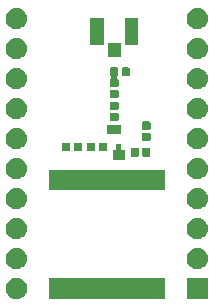
<source format=gts>
G04 #@! TF.GenerationSoftware,KiCad,Pcbnew,(5.0.1)-3*
G04 #@! TF.CreationDate,2018-11-05T23:25:50+01:00*
G04 #@! TF.ProjectId,project,70726F6A6563742E6B696361645F7063,rev?*
G04 #@! TF.SameCoordinates,Original*
G04 #@! TF.FileFunction,Soldermask,Top*
G04 #@! TF.FilePolarity,Negative*
%FSLAX46Y46*%
G04 Gerber Fmt 4.6, Leading zero omitted, Abs format (unit mm)*
G04 Created by KiCad (PCBNEW (5.0.1)-3) date 11/05/18 23:25:50*
%MOMM*%
%LPD*%
G01*
G04 APERTURE LIST*
%ADD10C,0.100000*%
G04 APERTURE END LIST*
D10*
G36*
X141410900Y-86041000D02*
X139608900Y-86041000D01*
X139608900Y-84239000D01*
X141410900Y-84239000D01*
X141410900Y-86041000D01*
X141410900Y-86041000D01*
G37*
G36*
X125459412Y-84273624D02*
X125623384Y-84341544D01*
X125770954Y-84440147D01*
X125896453Y-84565646D01*
X125995056Y-84713216D01*
X126062976Y-84877188D01*
X126097600Y-85051259D01*
X126097600Y-85228741D01*
X126062976Y-85402812D01*
X125995056Y-85566784D01*
X125896453Y-85714354D01*
X125770954Y-85839853D01*
X125623384Y-85938456D01*
X125459412Y-86006376D01*
X125285341Y-86041000D01*
X125107859Y-86041000D01*
X124933788Y-86006376D01*
X124769816Y-85938456D01*
X124622246Y-85839853D01*
X124496747Y-85714354D01*
X124398144Y-85566784D01*
X124330224Y-85402812D01*
X124295600Y-85228741D01*
X124295600Y-85051259D01*
X124330224Y-84877188D01*
X124398144Y-84713216D01*
X124496747Y-84565646D01*
X124622246Y-84440147D01*
X124769816Y-84341544D01*
X124933788Y-84273624D01*
X125107859Y-84239000D01*
X125285341Y-84239000D01*
X125459412Y-84273624D01*
X125459412Y-84273624D01*
G37*
G36*
X137790900Y-85997000D02*
X127988900Y-85997000D01*
X127988900Y-84295000D01*
X137790900Y-84295000D01*
X137790900Y-85997000D01*
X137790900Y-85997000D01*
G37*
G36*
X125307043Y-81705519D02*
X125373227Y-81712037D01*
X125486453Y-81746384D01*
X125543067Y-81763557D01*
X125681687Y-81837652D01*
X125699591Y-81847222D01*
X125735329Y-81876552D01*
X125836786Y-81959814D01*
X125920048Y-82061271D01*
X125949378Y-82097009D01*
X125949379Y-82097011D01*
X126033043Y-82253533D01*
X126033043Y-82253534D01*
X126084563Y-82423373D01*
X126101959Y-82600000D01*
X126084563Y-82776627D01*
X126050216Y-82889853D01*
X126033043Y-82946467D01*
X125958948Y-83085087D01*
X125949378Y-83102991D01*
X125920048Y-83138729D01*
X125836786Y-83240186D01*
X125735329Y-83323448D01*
X125699591Y-83352778D01*
X125699589Y-83352779D01*
X125543067Y-83436443D01*
X125486453Y-83453616D01*
X125373227Y-83487963D01*
X125307042Y-83494482D01*
X125240860Y-83501000D01*
X125152340Y-83501000D01*
X125086158Y-83494482D01*
X125019973Y-83487963D01*
X124906747Y-83453616D01*
X124850133Y-83436443D01*
X124693611Y-83352779D01*
X124693609Y-83352778D01*
X124657871Y-83323448D01*
X124556414Y-83240186D01*
X124473152Y-83138729D01*
X124443822Y-83102991D01*
X124434252Y-83085087D01*
X124360157Y-82946467D01*
X124342984Y-82889853D01*
X124308637Y-82776627D01*
X124291241Y-82600000D01*
X124308637Y-82423373D01*
X124360157Y-82253534D01*
X124360157Y-82253533D01*
X124443821Y-82097011D01*
X124443822Y-82097009D01*
X124473152Y-82061271D01*
X124556414Y-81959814D01*
X124657871Y-81876552D01*
X124693609Y-81847222D01*
X124711513Y-81837652D01*
X124850133Y-81763557D01*
X124906747Y-81746384D01*
X125019973Y-81712037D01*
X125086157Y-81705519D01*
X125152340Y-81699000D01*
X125240860Y-81699000D01*
X125307043Y-81705519D01*
X125307043Y-81705519D01*
G37*
G36*
X140620343Y-81705519D02*
X140686527Y-81712037D01*
X140799753Y-81746384D01*
X140856367Y-81763557D01*
X140994987Y-81837652D01*
X141012891Y-81847222D01*
X141048629Y-81876552D01*
X141150086Y-81959814D01*
X141233348Y-82061271D01*
X141262678Y-82097009D01*
X141262679Y-82097011D01*
X141346343Y-82253533D01*
X141346343Y-82253534D01*
X141397863Y-82423373D01*
X141415259Y-82600000D01*
X141397863Y-82776627D01*
X141363516Y-82889853D01*
X141346343Y-82946467D01*
X141272248Y-83085087D01*
X141262678Y-83102991D01*
X141233348Y-83138729D01*
X141150086Y-83240186D01*
X141048629Y-83323448D01*
X141012891Y-83352778D01*
X141012889Y-83352779D01*
X140856367Y-83436443D01*
X140799753Y-83453616D01*
X140686527Y-83487963D01*
X140620342Y-83494482D01*
X140554160Y-83501000D01*
X140465640Y-83501000D01*
X140399458Y-83494482D01*
X140333273Y-83487963D01*
X140220047Y-83453616D01*
X140163433Y-83436443D01*
X140006911Y-83352779D01*
X140006909Y-83352778D01*
X139971171Y-83323448D01*
X139869714Y-83240186D01*
X139786452Y-83138729D01*
X139757122Y-83102991D01*
X139747552Y-83085087D01*
X139673457Y-82946467D01*
X139656284Y-82889853D01*
X139621937Y-82776627D01*
X139604541Y-82600000D01*
X139621937Y-82423373D01*
X139673457Y-82253534D01*
X139673457Y-82253533D01*
X139757121Y-82097011D01*
X139757122Y-82097009D01*
X139786452Y-82061271D01*
X139869714Y-81959814D01*
X139971171Y-81876552D01*
X140006909Y-81847222D01*
X140024813Y-81837652D01*
X140163433Y-81763557D01*
X140220047Y-81746384D01*
X140333273Y-81712037D01*
X140399457Y-81705519D01*
X140465640Y-81699000D01*
X140554160Y-81699000D01*
X140620343Y-81705519D01*
X140620343Y-81705519D01*
G37*
G36*
X140620342Y-79165518D02*
X140686527Y-79172037D01*
X140799753Y-79206384D01*
X140856367Y-79223557D01*
X140994987Y-79297652D01*
X141012891Y-79307222D01*
X141048629Y-79336552D01*
X141150086Y-79419814D01*
X141233348Y-79521271D01*
X141262678Y-79557009D01*
X141262679Y-79557011D01*
X141346343Y-79713533D01*
X141346343Y-79713534D01*
X141397863Y-79883373D01*
X141415259Y-80060000D01*
X141397863Y-80236627D01*
X141363516Y-80349853D01*
X141346343Y-80406467D01*
X141272248Y-80545087D01*
X141262678Y-80562991D01*
X141233348Y-80598729D01*
X141150086Y-80700186D01*
X141048629Y-80783448D01*
X141012891Y-80812778D01*
X141012889Y-80812779D01*
X140856367Y-80896443D01*
X140799753Y-80913616D01*
X140686527Y-80947963D01*
X140620343Y-80954481D01*
X140554160Y-80961000D01*
X140465640Y-80961000D01*
X140399457Y-80954481D01*
X140333273Y-80947963D01*
X140220047Y-80913616D01*
X140163433Y-80896443D01*
X140006911Y-80812779D01*
X140006909Y-80812778D01*
X139971171Y-80783448D01*
X139869714Y-80700186D01*
X139786452Y-80598729D01*
X139757122Y-80562991D01*
X139747552Y-80545087D01*
X139673457Y-80406467D01*
X139656284Y-80349853D01*
X139621937Y-80236627D01*
X139604541Y-80060000D01*
X139621937Y-79883373D01*
X139673457Y-79713534D01*
X139673457Y-79713533D01*
X139757121Y-79557011D01*
X139757122Y-79557009D01*
X139786452Y-79521271D01*
X139869714Y-79419814D01*
X139971171Y-79336552D01*
X140006909Y-79307222D01*
X140024813Y-79297652D01*
X140163433Y-79223557D01*
X140220047Y-79206384D01*
X140333273Y-79172037D01*
X140399458Y-79165518D01*
X140465640Y-79159000D01*
X140554160Y-79159000D01*
X140620342Y-79165518D01*
X140620342Y-79165518D01*
G37*
G36*
X125307042Y-79165518D02*
X125373227Y-79172037D01*
X125486453Y-79206384D01*
X125543067Y-79223557D01*
X125681687Y-79297652D01*
X125699591Y-79307222D01*
X125735329Y-79336552D01*
X125836786Y-79419814D01*
X125920048Y-79521271D01*
X125949378Y-79557009D01*
X125949379Y-79557011D01*
X126033043Y-79713533D01*
X126033043Y-79713534D01*
X126084563Y-79883373D01*
X126101959Y-80060000D01*
X126084563Y-80236627D01*
X126050216Y-80349853D01*
X126033043Y-80406467D01*
X125958948Y-80545087D01*
X125949378Y-80562991D01*
X125920048Y-80598729D01*
X125836786Y-80700186D01*
X125735329Y-80783448D01*
X125699591Y-80812778D01*
X125699589Y-80812779D01*
X125543067Y-80896443D01*
X125486453Y-80913616D01*
X125373227Y-80947963D01*
X125307043Y-80954481D01*
X125240860Y-80961000D01*
X125152340Y-80961000D01*
X125086157Y-80954481D01*
X125019973Y-80947963D01*
X124906747Y-80913616D01*
X124850133Y-80896443D01*
X124693611Y-80812779D01*
X124693609Y-80812778D01*
X124657871Y-80783448D01*
X124556414Y-80700186D01*
X124473152Y-80598729D01*
X124443822Y-80562991D01*
X124434252Y-80545087D01*
X124360157Y-80406467D01*
X124342984Y-80349853D01*
X124308637Y-80236627D01*
X124291241Y-80060000D01*
X124308637Y-79883373D01*
X124360157Y-79713534D01*
X124360157Y-79713533D01*
X124443821Y-79557011D01*
X124443822Y-79557009D01*
X124473152Y-79521271D01*
X124556414Y-79419814D01*
X124657871Y-79336552D01*
X124693609Y-79307222D01*
X124711513Y-79297652D01*
X124850133Y-79223557D01*
X124906747Y-79206384D01*
X125019973Y-79172037D01*
X125086158Y-79165518D01*
X125152340Y-79159000D01*
X125240860Y-79159000D01*
X125307042Y-79165518D01*
X125307042Y-79165518D01*
G37*
G36*
X125307043Y-76625519D02*
X125373227Y-76632037D01*
X125486453Y-76666384D01*
X125543067Y-76683557D01*
X125681687Y-76757652D01*
X125699591Y-76767222D01*
X125735329Y-76796552D01*
X125836786Y-76879814D01*
X125920048Y-76981271D01*
X125949378Y-77017009D01*
X125949379Y-77017011D01*
X126033043Y-77173533D01*
X126033043Y-77173534D01*
X126084563Y-77343373D01*
X126101959Y-77520000D01*
X126084563Y-77696627D01*
X126050216Y-77809853D01*
X126033043Y-77866467D01*
X125958948Y-78005087D01*
X125949378Y-78022991D01*
X125920048Y-78058729D01*
X125836786Y-78160186D01*
X125735329Y-78243448D01*
X125699591Y-78272778D01*
X125699589Y-78272779D01*
X125543067Y-78356443D01*
X125486453Y-78373616D01*
X125373227Y-78407963D01*
X125307042Y-78414482D01*
X125240860Y-78421000D01*
X125152340Y-78421000D01*
X125086158Y-78414482D01*
X125019973Y-78407963D01*
X124906747Y-78373616D01*
X124850133Y-78356443D01*
X124693611Y-78272779D01*
X124693609Y-78272778D01*
X124657871Y-78243448D01*
X124556414Y-78160186D01*
X124473152Y-78058729D01*
X124443822Y-78022991D01*
X124434252Y-78005087D01*
X124360157Y-77866467D01*
X124342984Y-77809853D01*
X124308637Y-77696627D01*
X124291241Y-77520000D01*
X124308637Y-77343373D01*
X124360157Y-77173534D01*
X124360157Y-77173533D01*
X124443821Y-77017011D01*
X124443822Y-77017009D01*
X124473152Y-76981271D01*
X124556414Y-76879814D01*
X124657871Y-76796552D01*
X124693609Y-76767222D01*
X124711513Y-76757652D01*
X124850133Y-76683557D01*
X124906747Y-76666384D01*
X125019973Y-76632037D01*
X125086157Y-76625519D01*
X125152340Y-76619000D01*
X125240860Y-76619000D01*
X125307043Y-76625519D01*
X125307043Y-76625519D01*
G37*
G36*
X140620343Y-76625519D02*
X140686527Y-76632037D01*
X140799753Y-76666384D01*
X140856367Y-76683557D01*
X140994987Y-76757652D01*
X141012891Y-76767222D01*
X141048629Y-76796552D01*
X141150086Y-76879814D01*
X141233348Y-76981271D01*
X141262678Y-77017009D01*
X141262679Y-77017011D01*
X141346343Y-77173533D01*
X141346343Y-77173534D01*
X141397863Y-77343373D01*
X141415259Y-77520000D01*
X141397863Y-77696627D01*
X141363516Y-77809853D01*
X141346343Y-77866467D01*
X141272248Y-78005087D01*
X141262678Y-78022991D01*
X141233348Y-78058729D01*
X141150086Y-78160186D01*
X141048629Y-78243448D01*
X141012891Y-78272778D01*
X141012889Y-78272779D01*
X140856367Y-78356443D01*
X140799753Y-78373616D01*
X140686527Y-78407963D01*
X140620342Y-78414482D01*
X140554160Y-78421000D01*
X140465640Y-78421000D01*
X140399458Y-78414482D01*
X140333273Y-78407963D01*
X140220047Y-78373616D01*
X140163433Y-78356443D01*
X140006911Y-78272779D01*
X140006909Y-78272778D01*
X139971171Y-78243448D01*
X139869714Y-78160186D01*
X139786452Y-78058729D01*
X139757122Y-78022991D01*
X139747552Y-78005087D01*
X139673457Y-77866467D01*
X139656284Y-77809853D01*
X139621937Y-77696627D01*
X139604541Y-77520000D01*
X139621937Y-77343373D01*
X139673457Y-77173534D01*
X139673457Y-77173533D01*
X139757121Y-77017011D01*
X139757122Y-77017009D01*
X139786452Y-76981271D01*
X139869714Y-76879814D01*
X139971171Y-76796552D01*
X140006909Y-76767222D01*
X140024813Y-76757652D01*
X140163433Y-76683557D01*
X140220047Y-76666384D01*
X140333273Y-76632037D01*
X140399457Y-76625519D01*
X140465640Y-76619000D01*
X140554160Y-76619000D01*
X140620343Y-76625519D01*
X140620343Y-76625519D01*
G37*
G36*
X137790900Y-76797000D02*
X127988900Y-76797000D01*
X127988900Y-75095000D01*
X137790900Y-75095000D01*
X137790900Y-76797000D01*
X137790900Y-76797000D01*
G37*
G36*
X140620342Y-74085518D02*
X140686527Y-74092037D01*
X140799753Y-74126384D01*
X140856367Y-74143557D01*
X140994987Y-74217652D01*
X141012891Y-74227222D01*
X141048629Y-74256552D01*
X141150086Y-74339814D01*
X141233348Y-74441271D01*
X141262678Y-74477009D01*
X141262679Y-74477011D01*
X141346343Y-74633533D01*
X141346343Y-74633534D01*
X141397863Y-74803373D01*
X141415259Y-74980000D01*
X141397863Y-75156627D01*
X141363516Y-75269853D01*
X141346343Y-75326467D01*
X141272248Y-75465087D01*
X141262678Y-75482991D01*
X141233348Y-75518729D01*
X141150086Y-75620186D01*
X141048629Y-75703448D01*
X141012891Y-75732778D01*
X141012889Y-75732779D01*
X140856367Y-75816443D01*
X140799753Y-75833616D01*
X140686527Y-75867963D01*
X140620342Y-75874482D01*
X140554160Y-75881000D01*
X140465640Y-75881000D01*
X140399458Y-75874482D01*
X140333273Y-75867963D01*
X140220047Y-75833616D01*
X140163433Y-75816443D01*
X140006911Y-75732779D01*
X140006909Y-75732778D01*
X139971171Y-75703448D01*
X139869714Y-75620186D01*
X139786452Y-75518729D01*
X139757122Y-75482991D01*
X139747552Y-75465087D01*
X139673457Y-75326467D01*
X139656284Y-75269853D01*
X139621937Y-75156627D01*
X139604541Y-74980000D01*
X139621937Y-74803373D01*
X139673457Y-74633534D01*
X139673457Y-74633533D01*
X139757121Y-74477011D01*
X139757122Y-74477009D01*
X139786452Y-74441271D01*
X139869714Y-74339814D01*
X139971171Y-74256552D01*
X140006909Y-74227222D01*
X140024813Y-74217652D01*
X140163433Y-74143557D01*
X140220047Y-74126384D01*
X140333273Y-74092037D01*
X140399458Y-74085518D01*
X140465640Y-74079000D01*
X140554160Y-74079000D01*
X140620342Y-74085518D01*
X140620342Y-74085518D01*
G37*
G36*
X125307042Y-74085518D02*
X125373227Y-74092037D01*
X125486453Y-74126384D01*
X125543067Y-74143557D01*
X125681687Y-74217652D01*
X125699591Y-74227222D01*
X125735329Y-74256552D01*
X125836786Y-74339814D01*
X125920048Y-74441271D01*
X125949378Y-74477009D01*
X125949379Y-74477011D01*
X126033043Y-74633533D01*
X126033043Y-74633534D01*
X126084563Y-74803373D01*
X126101959Y-74980000D01*
X126084563Y-75156627D01*
X126050216Y-75269853D01*
X126033043Y-75326467D01*
X125958948Y-75465087D01*
X125949378Y-75482991D01*
X125920048Y-75518729D01*
X125836786Y-75620186D01*
X125735329Y-75703448D01*
X125699591Y-75732778D01*
X125699589Y-75732779D01*
X125543067Y-75816443D01*
X125486453Y-75833616D01*
X125373227Y-75867963D01*
X125307042Y-75874482D01*
X125240860Y-75881000D01*
X125152340Y-75881000D01*
X125086158Y-75874482D01*
X125019973Y-75867963D01*
X124906747Y-75833616D01*
X124850133Y-75816443D01*
X124693611Y-75732779D01*
X124693609Y-75732778D01*
X124657871Y-75703448D01*
X124556414Y-75620186D01*
X124473152Y-75518729D01*
X124443822Y-75482991D01*
X124434252Y-75465087D01*
X124360157Y-75326467D01*
X124342984Y-75269853D01*
X124308637Y-75156627D01*
X124291241Y-74980000D01*
X124308637Y-74803373D01*
X124360157Y-74633534D01*
X124360157Y-74633533D01*
X124443821Y-74477011D01*
X124443822Y-74477009D01*
X124473152Y-74441271D01*
X124556414Y-74339814D01*
X124657871Y-74256552D01*
X124693609Y-74227222D01*
X124711513Y-74217652D01*
X124850133Y-74143557D01*
X124906747Y-74126384D01*
X125019973Y-74092037D01*
X125086158Y-74085518D01*
X125152340Y-74079000D01*
X125240860Y-74079000D01*
X125307042Y-74085518D01*
X125307042Y-74085518D01*
G37*
G36*
X134084200Y-73308200D02*
X134086602Y-73332586D01*
X134093715Y-73356035D01*
X134105266Y-73377646D01*
X134120812Y-73396588D01*
X134139754Y-73412134D01*
X134161365Y-73423685D01*
X134184814Y-73430798D01*
X134209200Y-73433200D01*
X134371700Y-73433200D01*
X134371700Y-74285200D01*
X133369700Y-74285200D01*
X133369700Y-73433200D01*
X133532200Y-73433200D01*
X133556586Y-73430798D01*
X133580035Y-73423685D01*
X133601646Y-73412134D01*
X133620588Y-73396588D01*
X133636134Y-73377646D01*
X133647685Y-73356035D01*
X133654798Y-73332586D01*
X133657200Y-73308200D01*
X133657200Y-72933200D01*
X134084200Y-72933200D01*
X134084200Y-73308200D01*
X134084200Y-73308200D01*
G37*
G36*
X135471438Y-73240916D02*
X135492056Y-73247170D01*
X135511056Y-73257326D01*
X135527708Y-73270992D01*
X135541374Y-73287644D01*
X135551530Y-73306644D01*
X135557784Y-73327262D01*
X135560500Y-73354840D01*
X135560500Y-73863560D01*
X135557784Y-73891138D01*
X135551530Y-73911756D01*
X135541374Y-73930756D01*
X135527708Y-73947408D01*
X135511056Y-73961074D01*
X135492056Y-73971230D01*
X135471438Y-73977484D01*
X135443860Y-73980200D01*
X134985140Y-73980200D01*
X134957562Y-73977484D01*
X134936944Y-73971230D01*
X134917944Y-73961074D01*
X134901292Y-73947408D01*
X134887626Y-73930756D01*
X134877470Y-73911756D01*
X134871216Y-73891138D01*
X134868500Y-73863560D01*
X134868500Y-73354840D01*
X134871216Y-73327262D01*
X134877470Y-73306644D01*
X134887626Y-73287644D01*
X134901292Y-73270992D01*
X134917944Y-73257326D01*
X134936944Y-73247170D01*
X134957562Y-73240916D01*
X134985140Y-73238200D01*
X135443860Y-73238200D01*
X135471438Y-73240916D01*
X135471438Y-73240916D01*
G37*
G36*
X136441438Y-73240916D02*
X136462056Y-73247170D01*
X136481056Y-73257326D01*
X136497708Y-73270992D01*
X136511374Y-73287644D01*
X136521530Y-73306644D01*
X136527784Y-73327262D01*
X136530500Y-73354840D01*
X136530500Y-73863560D01*
X136527784Y-73891138D01*
X136521530Y-73911756D01*
X136511374Y-73930756D01*
X136497708Y-73947408D01*
X136481056Y-73961074D01*
X136462056Y-73971230D01*
X136441438Y-73977484D01*
X136413860Y-73980200D01*
X135955140Y-73980200D01*
X135927562Y-73977484D01*
X135906944Y-73971230D01*
X135887944Y-73961074D01*
X135871292Y-73947408D01*
X135857626Y-73930756D01*
X135847470Y-73911756D01*
X135841216Y-73891138D01*
X135838500Y-73863560D01*
X135838500Y-73354840D01*
X135841216Y-73327262D01*
X135847470Y-73306644D01*
X135857626Y-73287644D01*
X135871292Y-73270992D01*
X135887944Y-73257326D01*
X135906944Y-73247170D01*
X135927562Y-73240916D01*
X135955140Y-73238200D01*
X136413860Y-73238200D01*
X136441438Y-73240916D01*
X136441438Y-73240916D01*
G37*
G36*
X129680238Y-72796416D02*
X129700856Y-72802670D01*
X129719856Y-72812826D01*
X129736508Y-72826492D01*
X129750174Y-72843144D01*
X129760330Y-72862144D01*
X129766584Y-72882762D01*
X129769300Y-72910340D01*
X129769300Y-73419060D01*
X129766584Y-73446638D01*
X129760330Y-73467256D01*
X129750174Y-73486256D01*
X129736508Y-73502908D01*
X129719856Y-73516574D01*
X129700856Y-73526730D01*
X129680238Y-73532984D01*
X129652660Y-73535700D01*
X129193940Y-73535700D01*
X129166362Y-73532984D01*
X129145744Y-73526730D01*
X129126744Y-73516574D01*
X129110092Y-73502908D01*
X129096426Y-73486256D01*
X129086270Y-73467256D01*
X129080016Y-73446638D01*
X129077300Y-73419060D01*
X129077300Y-72910340D01*
X129080016Y-72882762D01*
X129086270Y-72862144D01*
X129096426Y-72843144D01*
X129110092Y-72826492D01*
X129126744Y-72812826D01*
X129145744Y-72802670D01*
X129166362Y-72796416D01*
X129193940Y-72793700D01*
X129652660Y-72793700D01*
X129680238Y-72796416D01*
X129680238Y-72796416D01*
G37*
G36*
X132758438Y-72796416D02*
X132779056Y-72802670D01*
X132798056Y-72812826D01*
X132814708Y-72826492D01*
X132828374Y-72843144D01*
X132838530Y-72862144D01*
X132844784Y-72882762D01*
X132847500Y-72910340D01*
X132847500Y-73419060D01*
X132844784Y-73446638D01*
X132838530Y-73467256D01*
X132828374Y-73486256D01*
X132814708Y-73502908D01*
X132798056Y-73516574D01*
X132779056Y-73526730D01*
X132758438Y-73532984D01*
X132730860Y-73535700D01*
X132272140Y-73535700D01*
X132244562Y-73532984D01*
X132223944Y-73526730D01*
X132204944Y-73516574D01*
X132188292Y-73502908D01*
X132174626Y-73486256D01*
X132164470Y-73467256D01*
X132158216Y-73446638D01*
X132155500Y-73419060D01*
X132155500Y-72910340D01*
X132158216Y-72882762D01*
X132164470Y-72862144D01*
X132174626Y-72843144D01*
X132188292Y-72826492D01*
X132204944Y-72812826D01*
X132223944Y-72802670D01*
X132244562Y-72796416D01*
X132272140Y-72793700D01*
X132730860Y-72793700D01*
X132758438Y-72796416D01*
X132758438Y-72796416D01*
G37*
G36*
X131788438Y-72796416D02*
X131809056Y-72802670D01*
X131828056Y-72812826D01*
X131844708Y-72826492D01*
X131858374Y-72843144D01*
X131868530Y-72862144D01*
X131874784Y-72882762D01*
X131877500Y-72910340D01*
X131877500Y-73419060D01*
X131874784Y-73446638D01*
X131868530Y-73467256D01*
X131858374Y-73486256D01*
X131844708Y-73502908D01*
X131828056Y-73516574D01*
X131809056Y-73526730D01*
X131788438Y-73532984D01*
X131760860Y-73535700D01*
X131302140Y-73535700D01*
X131274562Y-73532984D01*
X131253944Y-73526730D01*
X131234944Y-73516574D01*
X131218292Y-73502908D01*
X131204626Y-73486256D01*
X131194470Y-73467256D01*
X131188216Y-73446638D01*
X131185500Y-73419060D01*
X131185500Y-72910340D01*
X131188216Y-72882762D01*
X131194470Y-72862144D01*
X131204626Y-72843144D01*
X131218292Y-72826492D01*
X131234944Y-72812826D01*
X131253944Y-72802670D01*
X131274562Y-72796416D01*
X131302140Y-72793700D01*
X131760860Y-72793700D01*
X131788438Y-72796416D01*
X131788438Y-72796416D01*
G37*
G36*
X130650238Y-72796416D02*
X130670856Y-72802670D01*
X130689856Y-72812826D01*
X130706508Y-72826492D01*
X130720174Y-72843144D01*
X130730330Y-72862144D01*
X130736584Y-72882762D01*
X130739300Y-72910340D01*
X130739300Y-73419060D01*
X130736584Y-73446638D01*
X130730330Y-73467256D01*
X130720174Y-73486256D01*
X130706508Y-73502908D01*
X130689856Y-73516574D01*
X130670856Y-73526730D01*
X130650238Y-73532984D01*
X130622660Y-73535700D01*
X130163940Y-73535700D01*
X130136362Y-73532984D01*
X130115744Y-73526730D01*
X130096744Y-73516574D01*
X130080092Y-73502908D01*
X130066426Y-73486256D01*
X130056270Y-73467256D01*
X130050016Y-73446638D01*
X130047300Y-73419060D01*
X130047300Y-72910340D01*
X130050016Y-72882762D01*
X130056270Y-72862144D01*
X130066426Y-72843144D01*
X130080092Y-72826492D01*
X130096744Y-72812826D01*
X130115744Y-72802670D01*
X130136362Y-72796416D01*
X130163940Y-72793700D01*
X130622660Y-72793700D01*
X130650238Y-72796416D01*
X130650238Y-72796416D01*
G37*
G36*
X125307043Y-71545519D02*
X125373227Y-71552037D01*
X125483223Y-71585404D01*
X125543067Y-71603557D01*
X125673122Y-71673074D01*
X125699591Y-71687222D01*
X125735329Y-71716552D01*
X125836786Y-71799814D01*
X125920048Y-71901271D01*
X125949378Y-71937009D01*
X125949379Y-71937011D01*
X126033043Y-72093533D01*
X126033043Y-72093534D01*
X126084563Y-72263373D01*
X126101959Y-72440000D01*
X126084563Y-72616627D01*
X126050216Y-72729853D01*
X126033043Y-72786467D01*
X125958948Y-72925087D01*
X125949378Y-72942991D01*
X125929920Y-72966700D01*
X125836786Y-73080186D01*
X125735329Y-73163448D01*
X125699591Y-73192778D01*
X125699589Y-73192779D01*
X125543067Y-73276443D01*
X125486453Y-73293616D01*
X125373227Y-73327963D01*
X125326288Y-73332586D01*
X125240860Y-73341000D01*
X125152340Y-73341000D01*
X125066912Y-73332586D01*
X125019973Y-73327963D01*
X124906747Y-73293616D01*
X124850133Y-73276443D01*
X124693611Y-73192779D01*
X124693609Y-73192778D01*
X124657871Y-73163448D01*
X124556414Y-73080186D01*
X124463280Y-72966700D01*
X124443822Y-72942991D01*
X124434252Y-72925087D01*
X124360157Y-72786467D01*
X124342984Y-72729853D01*
X124308637Y-72616627D01*
X124291241Y-72440000D01*
X124308637Y-72263373D01*
X124360157Y-72093534D01*
X124360157Y-72093533D01*
X124443821Y-71937011D01*
X124443822Y-71937009D01*
X124473152Y-71901271D01*
X124556414Y-71799814D01*
X124657871Y-71716552D01*
X124693609Y-71687222D01*
X124720078Y-71673074D01*
X124850133Y-71603557D01*
X124909977Y-71585404D01*
X125019973Y-71552037D01*
X125086157Y-71545519D01*
X125152340Y-71539000D01*
X125240860Y-71539000D01*
X125307043Y-71545519D01*
X125307043Y-71545519D01*
G37*
G36*
X140620343Y-71545519D02*
X140686527Y-71552037D01*
X140796523Y-71585404D01*
X140856367Y-71603557D01*
X140986422Y-71673074D01*
X141012891Y-71687222D01*
X141048629Y-71716552D01*
X141150086Y-71799814D01*
X141233348Y-71901271D01*
X141262678Y-71937009D01*
X141262679Y-71937011D01*
X141346343Y-72093533D01*
X141346343Y-72093534D01*
X141397863Y-72263373D01*
X141415259Y-72440000D01*
X141397863Y-72616627D01*
X141363516Y-72729853D01*
X141346343Y-72786467D01*
X141272248Y-72925087D01*
X141262678Y-72942991D01*
X141243220Y-72966700D01*
X141150086Y-73080186D01*
X141048629Y-73163448D01*
X141012891Y-73192778D01*
X141012889Y-73192779D01*
X140856367Y-73276443D01*
X140799753Y-73293616D01*
X140686527Y-73327963D01*
X140639588Y-73332586D01*
X140554160Y-73341000D01*
X140465640Y-73341000D01*
X140380212Y-73332586D01*
X140333273Y-73327963D01*
X140220047Y-73293616D01*
X140163433Y-73276443D01*
X140006911Y-73192779D01*
X140006909Y-73192778D01*
X139971171Y-73163448D01*
X139869714Y-73080186D01*
X139776580Y-72966700D01*
X139757122Y-72942991D01*
X139747552Y-72925087D01*
X139673457Y-72786467D01*
X139656284Y-72729853D01*
X139621937Y-72616627D01*
X139604541Y-72440000D01*
X139621937Y-72263373D01*
X139673457Y-72093534D01*
X139673457Y-72093533D01*
X139757121Y-71937011D01*
X139757122Y-71937009D01*
X139786452Y-71901271D01*
X139869714Y-71799814D01*
X139971171Y-71716552D01*
X140006909Y-71687222D01*
X140033378Y-71673074D01*
X140163433Y-71603557D01*
X140223277Y-71585404D01*
X140333273Y-71552037D01*
X140399457Y-71545519D01*
X140465640Y-71539000D01*
X140554160Y-71539000D01*
X140620343Y-71545519D01*
X140620343Y-71545519D01*
G37*
G36*
X136464038Y-71972916D02*
X136484656Y-71979170D01*
X136503656Y-71989326D01*
X136520308Y-72002992D01*
X136533974Y-72019644D01*
X136544130Y-72038644D01*
X136550384Y-72059262D01*
X136553100Y-72086840D01*
X136553100Y-72545560D01*
X136550384Y-72573138D01*
X136544130Y-72593756D01*
X136533974Y-72612756D01*
X136520308Y-72629408D01*
X136503656Y-72643074D01*
X136484656Y-72653230D01*
X136464038Y-72659484D01*
X136436460Y-72662200D01*
X135927740Y-72662200D01*
X135900162Y-72659484D01*
X135879544Y-72653230D01*
X135860544Y-72643074D01*
X135843892Y-72629408D01*
X135830226Y-72612756D01*
X135820070Y-72593756D01*
X135813816Y-72573138D01*
X135811100Y-72545560D01*
X135811100Y-72086840D01*
X135813816Y-72059262D01*
X135820070Y-72038644D01*
X135830226Y-72019644D01*
X135843892Y-72002992D01*
X135860544Y-71989326D01*
X135879544Y-71979170D01*
X135900162Y-71972916D01*
X135927740Y-71970200D01*
X136436460Y-71970200D01*
X136464038Y-71972916D01*
X136464038Y-71972916D01*
G37*
G36*
X134050500Y-72077700D02*
X132903500Y-72077700D01*
X132903500Y-71330700D01*
X134050500Y-71330700D01*
X134050500Y-72077700D01*
X134050500Y-72077700D01*
G37*
G36*
X136464038Y-71002916D02*
X136484656Y-71009170D01*
X136503656Y-71019326D01*
X136520308Y-71032992D01*
X136533974Y-71049644D01*
X136544130Y-71068644D01*
X136550384Y-71089262D01*
X136553100Y-71116840D01*
X136553100Y-71575560D01*
X136550384Y-71603138D01*
X136544130Y-71623756D01*
X136533974Y-71642756D01*
X136520308Y-71659408D01*
X136503656Y-71673074D01*
X136484656Y-71683230D01*
X136464038Y-71689484D01*
X136436460Y-71692200D01*
X135927740Y-71692200D01*
X135900162Y-71689484D01*
X135879544Y-71683230D01*
X135860544Y-71673074D01*
X135843892Y-71659408D01*
X135830226Y-71642756D01*
X135820070Y-71623756D01*
X135813816Y-71603138D01*
X135811100Y-71575560D01*
X135811100Y-71116840D01*
X135813816Y-71089262D01*
X135820070Y-71068644D01*
X135830226Y-71049644D01*
X135843892Y-71032992D01*
X135860544Y-71019326D01*
X135879544Y-71009170D01*
X135900162Y-71002916D01*
X135927740Y-71000200D01*
X136436460Y-71000200D01*
X136464038Y-71002916D01*
X136464038Y-71002916D01*
G37*
G36*
X133758938Y-70296516D02*
X133779556Y-70302770D01*
X133798556Y-70312926D01*
X133815208Y-70326592D01*
X133828874Y-70343244D01*
X133839030Y-70362244D01*
X133845284Y-70382862D01*
X133848000Y-70410440D01*
X133848000Y-70869160D01*
X133845284Y-70896738D01*
X133839030Y-70917356D01*
X133828874Y-70936356D01*
X133815208Y-70953008D01*
X133798556Y-70966674D01*
X133779556Y-70976830D01*
X133758938Y-70983084D01*
X133731360Y-70985800D01*
X133222640Y-70985800D01*
X133195062Y-70983084D01*
X133174444Y-70976830D01*
X133155444Y-70966674D01*
X133138792Y-70953008D01*
X133125126Y-70936356D01*
X133114970Y-70917356D01*
X133108716Y-70896738D01*
X133106000Y-70869160D01*
X133106000Y-70410440D01*
X133108716Y-70382862D01*
X133114970Y-70362244D01*
X133125126Y-70343244D01*
X133138792Y-70326592D01*
X133155444Y-70312926D01*
X133174444Y-70302770D01*
X133195062Y-70296516D01*
X133222640Y-70293800D01*
X133731360Y-70293800D01*
X133758938Y-70296516D01*
X133758938Y-70296516D01*
G37*
G36*
X140620342Y-69005518D02*
X140686527Y-69012037D01*
X140799753Y-69046384D01*
X140856367Y-69063557D01*
X140994987Y-69137652D01*
X141012891Y-69147222D01*
X141048629Y-69176552D01*
X141150086Y-69259814D01*
X141229508Y-69356592D01*
X141262678Y-69397009D01*
X141262679Y-69397011D01*
X141346343Y-69553533D01*
X141346343Y-69553534D01*
X141397863Y-69723373D01*
X141415259Y-69900000D01*
X141397863Y-70076627D01*
X141363516Y-70189853D01*
X141346343Y-70246467D01*
X141294614Y-70343244D01*
X141262678Y-70402991D01*
X141238010Y-70433049D01*
X141150086Y-70540186D01*
X141048629Y-70623448D01*
X141012891Y-70652778D01*
X141012889Y-70652779D01*
X140856367Y-70736443D01*
X140799753Y-70753616D01*
X140686527Y-70787963D01*
X140620343Y-70794481D01*
X140554160Y-70801000D01*
X140465640Y-70801000D01*
X140399457Y-70794481D01*
X140333273Y-70787963D01*
X140220047Y-70753616D01*
X140163433Y-70736443D01*
X140006911Y-70652779D01*
X140006909Y-70652778D01*
X139971171Y-70623448D01*
X139869714Y-70540186D01*
X139781790Y-70433049D01*
X139757122Y-70402991D01*
X139725186Y-70343244D01*
X139673457Y-70246467D01*
X139656284Y-70189853D01*
X139621937Y-70076627D01*
X139604541Y-69900000D01*
X139621937Y-69723373D01*
X139673457Y-69553534D01*
X139673457Y-69553533D01*
X139757121Y-69397011D01*
X139757122Y-69397009D01*
X139790292Y-69356592D01*
X139869714Y-69259814D01*
X139971171Y-69176552D01*
X140006909Y-69147222D01*
X140024813Y-69137652D01*
X140163433Y-69063557D01*
X140220047Y-69046384D01*
X140333273Y-69012037D01*
X140399458Y-69005518D01*
X140465640Y-68999000D01*
X140554160Y-68999000D01*
X140620342Y-69005518D01*
X140620342Y-69005518D01*
G37*
G36*
X125307042Y-69005518D02*
X125373227Y-69012037D01*
X125486453Y-69046384D01*
X125543067Y-69063557D01*
X125681687Y-69137652D01*
X125699591Y-69147222D01*
X125735329Y-69176552D01*
X125836786Y-69259814D01*
X125916208Y-69356592D01*
X125949378Y-69397009D01*
X125949379Y-69397011D01*
X126033043Y-69553533D01*
X126033043Y-69553534D01*
X126084563Y-69723373D01*
X126101959Y-69900000D01*
X126084563Y-70076627D01*
X126050216Y-70189853D01*
X126033043Y-70246467D01*
X125981314Y-70343244D01*
X125949378Y-70402991D01*
X125924710Y-70433049D01*
X125836786Y-70540186D01*
X125735329Y-70623448D01*
X125699591Y-70652778D01*
X125699589Y-70652779D01*
X125543067Y-70736443D01*
X125486453Y-70753616D01*
X125373227Y-70787963D01*
X125307043Y-70794481D01*
X125240860Y-70801000D01*
X125152340Y-70801000D01*
X125086157Y-70794481D01*
X125019973Y-70787963D01*
X124906747Y-70753616D01*
X124850133Y-70736443D01*
X124693611Y-70652779D01*
X124693609Y-70652778D01*
X124657871Y-70623448D01*
X124556414Y-70540186D01*
X124468490Y-70433049D01*
X124443822Y-70402991D01*
X124411886Y-70343244D01*
X124360157Y-70246467D01*
X124342984Y-70189853D01*
X124308637Y-70076627D01*
X124291241Y-69900000D01*
X124308637Y-69723373D01*
X124360157Y-69553534D01*
X124360157Y-69553533D01*
X124443821Y-69397011D01*
X124443822Y-69397009D01*
X124476992Y-69356592D01*
X124556414Y-69259814D01*
X124657871Y-69176552D01*
X124693609Y-69147222D01*
X124711513Y-69137652D01*
X124850133Y-69063557D01*
X124906747Y-69046384D01*
X125019973Y-69012037D01*
X125086158Y-69005518D01*
X125152340Y-68999000D01*
X125240860Y-68999000D01*
X125307042Y-69005518D01*
X125307042Y-69005518D01*
G37*
G36*
X133758938Y-69326516D02*
X133779556Y-69332770D01*
X133798556Y-69342926D01*
X133815208Y-69356592D01*
X133828874Y-69373244D01*
X133839030Y-69392244D01*
X133845284Y-69412862D01*
X133848000Y-69440440D01*
X133848000Y-69899160D01*
X133845284Y-69926738D01*
X133839030Y-69947356D01*
X133828874Y-69966356D01*
X133815208Y-69983008D01*
X133798556Y-69996674D01*
X133779556Y-70006830D01*
X133758938Y-70013084D01*
X133731360Y-70015800D01*
X133222640Y-70015800D01*
X133195062Y-70013084D01*
X133174444Y-70006830D01*
X133155444Y-69996674D01*
X133138792Y-69983008D01*
X133125126Y-69966356D01*
X133114970Y-69947356D01*
X133108716Y-69926738D01*
X133106000Y-69899160D01*
X133106000Y-69440440D01*
X133108716Y-69412862D01*
X133114970Y-69392244D01*
X133125126Y-69373244D01*
X133138792Y-69356592D01*
X133155444Y-69342926D01*
X133174444Y-69332770D01*
X133195062Y-69326516D01*
X133222640Y-69323800D01*
X133731360Y-69323800D01*
X133758938Y-69326516D01*
X133758938Y-69326516D01*
G37*
G36*
X133758938Y-68340716D02*
X133779556Y-68346970D01*
X133798556Y-68357126D01*
X133815208Y-68370792D01*
X133828874Y-68387444D01*
X133839030Y-68406444D01*
X133845284Y-68427062D01*
X133848000Y-68454640D01*
X133848000Y-68913360D01*
X133845284Y-68940938D01*
X133839030Y-68961556D01*
X133828874Y-68980556D01*
X133815208Y-68997208D01*
X133798556Y-69010874D01*
X133779556Y-69021030D01*
X133758938Y-69027284D01*
X133731360Y-69030000D01*
X133222640Y-69030000D01*
X133195062Y-69027284D01*
X133174444Y-69021030D01*
X133155444Y-69010874D01*
X133138792Y-68997208D01*
X133125126Y-68980556D01*
X133114970Y-68961556D01*
X133108716Y-68940938D01*
X133106000Y-68913360D01*
X133106000Y-68454640D01*
X133108716Y-68427062D01*
X133114970Y-68406444D01*
X133125126Y-68387444D01*
X133138792Y-68370792D01*
X133155444Y-68357126D01*
X133174444Y-68346970D01*
X133195062Y-68340716D01*
X133222640Y-68338000D01*
X133731360Y-68338000D01*
X133758938Y-68340716D01*
X133758938Y-68340716D01*
G37*
G36*
X140602813Y-66463792D02*
X140686527Y-66472037D01*
X140776876Y-66499444D01*
X140856367Y-66523557D01*
X140901422Y-66547640D01*
X141012891Y-66607222D01*
X141048629Y-66636552D01*
X141150086Y-66719814D01*
X141233348Y-66821271D01*
X141262678Y-66857009D01*
X141262679Y-66857011D01*
X141346343Y-67013533D01*
X141346343Y-67013534D01*
X141397863Y-67183373D01*
X141415259Y-67360000D01*
X141397863Y-67536627D01*
X141396536Y-67541000D01*
X141346343Y-67706467D01*
X141272248Y-67845087D01*
X141262678Y-67862991D01*
X141242974Y-67887000D01*
X141150086Y-68000186D01*
X141077201Y-68060000D01*
X141012891Y-68112778D01*
X141012889Y-68112779D01*
X140856367Y-68196443D01*
X140799753Y-68213616D01*
X140686527Y-68247963D01*
X140620342Y-68254482D01*
X140554160Y-68261000D01*
X140465640Y-68261000D01*
X140399458Y-68254482D01*
X140333273Y-68247963D01*
X140220047Y-68213616D01*
X140163433Y-68196443D01*
X140006911Y-68112779D01*
X140006909Y-68112778D01*
X139942599Y-68060000D01*
X139869714Y-68000186D01*
X139776826Y-67887000D01*
X139757122Y-67862991D01*
X139747552Y-67845087D01*
X139673457Y-67706467D01*
X139623264Y-67541000D01*
X139621937Y-67536627D01*
X139604541Y-67360000D01*
X139621937Y-67183373D01*
X139673457Y-67013534D01*
X139673457Y-67013533D01*
X139757121Y-66857011D01*
X139757122Y-66857009D01*
X139786452Y-66821271D01*
X139869714Y-66719814D01*
X139971171Y-66636552D01*
X140006909Y-66607222D01*
X140118378Y-66547640D01*
X140163433Y-66523557D01*
X140242924Y-66499444D01*
X140333273Y-66472037D01*
X140416987Y-66463792D01*
X140465640Y-66459000D01*
X140554160Y-66459000D01*
X140602813Y-66463792D01*
X140602813Y-66463792D01*
G37*
G36*
X125289513Y-66463792D02*
X125373227Y-66472037D01*
X125463576Y-66499444D01*
X125543067Y-66523557D01*
X125588122Y-66547640D01*
X125699591Y-66607222D01*
X125735329Y-66636552D01*
X125836786Y-66719814D01*
X125920048Y-66821271D01*
X125949378Y-66857009D01*
X125949379Y-66857011D01*
X126033043Y-67013533D01*
X126033043Y-67013534D01*
X126084563Y-67183373D01*
X126101959Y-67360000D01*
X126084563Y-67536627D01*
X126083236Y-67541000D01*
X126033043Y-67706467D01*
X125958948Y-67845087D01*
X125949378Y-67862991D01*
X125929674Y-67887000D01*
X125836786Y-68000186D01*
X125763901Y-68060000D01*
X125699591Y-68112778D01*
X125699589Y-68112779D01*
X125543067Y-68196443D01*
X125486453Y-68213616D01*
X125373227Y-68247963D01*
X125307042Y-68254482D01*
X125240860Y-68261000D01*
X125152340Y-68261000D01*
X125086158Y-68254482D01*
X125019973Y-68247963D01*
X124906747Y-68213616D01*
X124850133Y-68196443D01*
X124693611Y-68112779D01*
X124693609Y-68112778D01*
X124629299Y-68060000D01*
X124556414Y-68000186D01*
X124463526Y-67887000D01*
X124443822Y-67862991D01*
X124434252Y-67845087D01*
X124360157Y-67706467D01*
X124309964Y-67541000D01*
X124308637Y-67536627D01*
X124291241Y-67360000D01*
X124308637Y-67183373D01*
X124360157Y-67013534D01*
X124360157Y-67013533D01*
X124443821Y-66857011D01*
X124443822Y-66857009D01*
X124473152Y-66821271D01*
X124556414Y-66719814D01*
X124657871Y-66636552D01*
X124693609Y-66607222D01*
X124805078Y-66547640D01*
X124850133Y-66523557D01*
X124929624Y-66499444D01*
X125019973Y-66472037D01*
X125103687Y-66463792D01*
X125152340Y-66459000D01*
X125240860Y-66459000D01*
X125289513Y-66463792D01*
X125289513Y-66463792D01*
G37*
G36*
X133731538Y-66433716D02*
X133752156Y-66439970D01*
X133771156Y-66450126D01*
X133787808Y-66463792D01*
X133801474Y-66480444D01*
X133811630Y-66499444D01*
X133817884Y-66520062D01*
X133820600Y-66547640D01*
X133820600Y-67056360D01*
X133817884Y-67083938D01*
X133811630Y-67104556D01*
X133801474Y-67123556D01*
X133787808Y-67140208D01*
X133769621Y-67155133D01*
X133752535Y-67166549D01*
X133735208Y-67183876D01*
X133721594Y-67204251D01*
X133712216Y-67226889D01*
X133707435Y-67250923D01*
X133707435Y-67275427D01*
X133712215Y-67299461D01*
X133721592Y-67322100D01*
X133735205Y-67342475D01*
X133752532Y-67359802D01*
X133772908Y-67373417D01*
X133798556Y-67387126D01*
X133815208Y-67400792D01*
X133828874Y-67417444D01*
X133839030Y-67436444D01*
X133845284Y-67457062D01*
X133848000Y-67484640D01*
X133848000Y-67943360D01*
X133845284Y-67970938D01*
X133839030Y-67991556D01*
X133828874Y-68010556D01*
X133815208Y-68027208D01*
X133798556Y-68040874D01*
X133779556Y-68051030D01*
X133758938Y-68057284D01*
X133731360Y-68060000D01*
X133222640Y-68060000D01*
X133195062Y-68057284D01*
X133174444Y-68051030D01*
X133155444Y-68040874D01*
X133138792Y-68027208D01*
X133125126Y-68010556D01*
X133114970Y-67991556D01*
X133108716Y-67970938D01*
X133106000Y-67943360D01*
X133106000Y-67484640D01*
X133108716Y-67457062D01*
X133114970Y-67436444D01*
X133125126Y-67417444D01*
X133138792Y-67400792D01*
X133155444Y-67387126D01*
X133178692Y-67374700D01*
X133199066Y-67361086D01*
X133216393Y-67343759D01*
X133230007Y-67323385D01*
X133239385Y-67300745D01*
X133244165Y-67276712D01*
X133244165Y-67252208D01*
X133239385Y-67228174D01*
X133230007Y-67205535D01*
X133216393Y-67185161D01*
X133199066Y-67167834D01*
X133178691Y-67154220D01*
X133178045Y-67153875D01*
X133161392Y-67140208D01*
X133147726Y-67123556D01*
X133137570Y-67104556D01*
X133131316Y-67083938D01*
X133128600Y-67056360D01*
X133128600Y-66547640D01*
X133131316Y-66520062D01*
X133137570Y-66499444D01*
X133147726Y-66480444D01*
X133161392Y-66463792D01*
X133178044Y-66450126D01*
X133197044Y-66439970D01*
X133217662Y-66433716D01*
X133245240Y-66431000D01*
X133703960Y-66431000D01*
X133731538Y-66433716D01*
X133731538Y-66433716D01*
G37*
G36*
X134701538Y-66433716D02*
X134722156Y-66439970D01*
X134741156Y-66450126D01*
X134757808Y-66463792D01*
X134771474Y-66480444D01*
X134781630Y-66499444D01*
X134787884Y-66520062D01*
X134790600Y-66547640D01*
X134790600Y-67056360D01*
X134787884Y-67083938D01*
X134781630Y-67104556D01*
X134771474Y-67123556D01*
X134757808Y-67140208D01*
X134741156Y-67153874D01*
X134722156Y-67164030D01*
X134701538Y-67170284D01*
X134673960Y-67173000D01*
X134215240Y-67173000D01*
X134187662Y-67170284D01*
X134167044Y-67164030D01*
X134148044Y-67153874D01*
X134131392Y-67140208D01*
X134117726Y-67123556D01*
X134107570Y-67104556D01*
X134101316Y-67083938D01*
X134098600Y-67056360D01*
X134098600Y-66547640D01*
X134101316Y-66520062D01*
X134107570Y-66499444D01*
X134117726Y-66480444D01*
X134131392Y-66463792D01*
X134148044Y-66450126D01*
X134167044Y-66439970D01*
X134187662Y-66433716D01*
X134215240Y-66431000D01*
X134673960Y-66431000D01*
X134701538Y-66433716D01*
X134701538Y-66433716D01*
G37*
G36*
X140620342Y-63925518D02*
X140686527Y-63932037D01*
X140799753Y-63966384D01*
X140856367Y-63983557D01*
X140994987Y-64057652D01*
X141012891Y-64067222D01*
X141048629Y-64096552D01*
X141150086Y-64179814D01*
X141233348Y-64281271D01*
X141262678Y-64317009D01*
X141262679Y-64317011D01*
X141346343Y-64473533D01*
X141346343Y-64473534D01*
X141397863Y-64643373D01*
X141415259Y-64820000D01*
X141397863Y-64996627D01*
X141363516Y-65109853D01*
X141346343Y-65166467D01*
X141272248Y-65305087D01*
X141262678Y-65322991D01*
X141233348Y-65358729D01*
X141150086Y-65460186D01*
X141048629Y-65543448D01*
X141012891Y-65572778D01*
X141012889Y-65572779D01*
X140856367Y-65656443D01*
X140799753Y-65673616D01*
X140686527Y-65707963D01*
X140620342Y-65714482D01*
X140554160Y-65721000D01*
X140465640Y-65721000D01*
X140399458Y-65714482D01*
X140333273Y-65707963D01*
X140220047Y-65673616D01*
X140163433Y-65656443D01*
X140006911Y-65572779D01*
X140006909Y-65572778D01*
X139971171Y-65543448D01*
X139869714Y-65460186D01*
X139786452Y-65358729D01*
X139757122Y-65322991D01*
X139747552Y-65305087D01*
X139673457Y-65166467D01*
X139656284Y-65109853D01*
X139621937Y-64996627D01*
X139604541Y-64820000D01*
X139621937Y-64643373D01*
X139673457Y-64473534D01*
X139673457Y-64473533D01*
X139757121Y-64317011D01*
X139757122Y-64317009D01*
X139786452Y-64281271D01*
X139869714Y-64179814D01*
X139971171Y-64096552D01*
X140006909Y-64067222D01*
X140024813Y-64057652D01*
X140163433Y-63983557D01*
X140220047Y-63966384D01*
X140333273Y-63932037D01*
X140399458Y-63925518D01*
X140465640Y-63919000D01*
X140554160Y-63919000D01*
X140620342Y-63925518D01*
X140620342Y-63925518D01*
G37*
G36*
X125307042Y-63925518D02*
X125373227Y-63932037D01*
X125486453Y-63966384D01*
X125543067Y-63983557D01*
X125681687Y-64057652D01*
X125699591Y-64067222D01*
X125735329Y-64096552D01*
X125836786Y-64179814D01*
X125920048Y-64281271D01*
X125949378Y-64317009D01*
X125949379Y-64317011D01*
X126033043Y-64473533D01*
X126033043Y-64473534D01*
X126084563Y-64643373D01*
X126101959Y-64820000D01*
X126084563Y-64996627D01*
X126050216Y-65109853D01*
X126033043Y-65166467D01*
X125958948Y-65305087D01*
X125949378Y-65322991D01*
X125920048Y-65358729D01*
X125836786Y-65460186D01*
X125735329Y-65543448D01*
X125699591Y-65572778D01*
X125699589Y-65572779D01*
X125543067Y-65656443D01*
X125486453Y-65673616D01*
X125373227Y-65707963D01*
X125307042Y-65714482D01*
X125240860Y-65721000D01*
X125152340Y-65721000D01*
X125086158Y-65714482D01*
X125019973Y-65707963D01*
X124906747Y-65673616D01*
X124850133Y-65656443D01*
X124693611Y-65572779D01*
X124693609Y-65572778D01*
X124657871Y-65543448D01*
X124556414Y-65460186D01*
X124473152Y-65358729D01*
X124443822Y-65322991D01*
X124434252Y-65305087D01*
X124360157Y-65166467D01*
X124342984Y-65109853D01*
X124308637Y-64996627D01*
X124291241Y-64820000D01*
X124308637Y-64643373D01*
X124360157Y-64473534D01*
X124360157Y-64473533D01*
X124443821Y-64317011D01*
X124443822Y-64317009D01*
X124473152Y-64281271D01*
X124556414Y-64179814D01*
X124657871Y-64096552D01*
X124693609Y-64067222D01*
X124711513Y-64057652D01*
X124850133Y-63983557D01*
X124906747Y-63966384D01*
X125019973Y-63932037D01*
X125086158Y-63925518D01*
X125152340Y-63919000D01*
X125240860Y-63919000D01*
X125307042Y-63925518D01*
X125307042Y-63925518D01*
G37*
G36*
X134028000Y-65519700D02*
X132926000Y-65519700D01*
X132926000Y-64367700D01*
X134028000Y-64367700D01*
X134028000Y-65519700D01*
X134028000Y-65519700D01*
G37*
G36*
X132578000Y-64569700D02*
X131426000Y-64569700D01*
X131426000Y-62267700D01*
X132578000Y-62267700D01*
X132578000Y-64569700D01*
X132578000Y-64569700D01*
G37*
G36*
X135528000Y-64569700D02*
X134376000Y-64569700D01*
X134376000Y-62267700D01*
X135528000Y-62267700D01*
X135528000Y-64569700D01*
X135528000Y-64569700D01*
G37*
G36*
X140620342Y-61385518D02*
X140686527Y-61392037D01*
X140799753Y-61426384D01*
X140856367Y-61443557D01*
X140994987Y-61517652D01*
X141012891Y-61527222D01*
X141048629Y-61556552D01*
X141150086Y-61639814D01*
X141233348Y-61741271D01*
X141262678Y-61777009D01*
X141262679Y-61777011D01*
X141346343Y-61933533D01*
X141346343Y-61933534D01*
X141397863Y-62103373D01*
X141415259Y-62280000D01*
X141397863Y-62456627D01*
X141363516Y-62569853D01*
X141346343Y-62626467D01*
X141272248Y-62765087D01*
X141262678Y-62782991D01*
X141233348Y-62818729D01*
X141150086Y-62920186D01*
X141048629Y-63003448D01*
X141012891Y-63032778D01*
X141012889Y-63032779D01*
X140856367Y-63116443D01*
X140799753Y-63133616D01*
X140686527Y-63167963D01*
X140620343Y-63174481D01*
X140554160Y-63181000D01*
X140465640Y-63181000D01*
X140399457Y-63174481D01*
X140333273Y-63167963D01*
X140220047Y-63133616D01*
X140163433Y-63116443D01*
X140006911Y-63032779D01*
X140006909Y-63032778D01*
X139971171Y-63003448D01*
X139869714Y-62920186D01*
X139786452Y-62818729D01*
X139757122Y-62782991D01*
X139747552Y-62765087D01*
X139673457Y-62626467D01*
X139656284Y-62569853D01*
X139621937Y-62456627D01*
X139604541Y-62280000D01*
X139621937Y-62103373D01*
X139673457Y-61933534D01*
X139673457Y-61933533D01*
X139757121Y-61777011D01*
X139757122Y-61777009D01*
X139786452Y-61741271D01*
X139869714Y-61639814D01*
X139971171Y-61556552D01*
X140006909Y-61527222D01*
X140024813Y-61517652D01*
X140163433Y-61443557D01*
X140220047Y-61426384D01*
X140333273Y-61392037D01*
X140399458Y-61385518D01*
X140465640Y-61379000D01*
X140554160Y-61379000D01*
X140620342Y-61385518D01*
X140620342Y-61385518D01*
G37*
G36*
X125307042Y-61385518D02*
X125373227Y-61392037D01*
X125486453Y-61426384D01*
X125543067Y-61443557D01*
X125681687Y-61517652D01*
X125699591Y-61527222D01*
X125735329Y-61556552D01*
X125836786Y-61639814D01*
X125920048Y-61741271D01*
X125949378Y-61777009D01*
X125949379Y-61777011D01*
X126033043Y-61933533D01*
X126033043Y-61933534D01*
X126084563Y-62103373D01*
X126101959Y-62280000D01*
X126084563Y-62456627D01*
X126050216Y-62569853D01*
X126033043Y-62626467D01*
X125958948Y-62765087D01*
X125949378Y-62782991D01*
X125920048Y-62818729D01*
X125836786Y-62920186D01*
X125735329Y-63003448D01*
X125699591Y-63032778D01*
X125699589Y-63032779D01*
X125543067Y-63116443D01*
X125486453Y-63133616D01*
X125373227Y-63167963D01*
X125307043Y-63174481D01*
X125240860Y-63181000D01*
X125152340Y-63181000D01*
X125086157Y-63174481D01*
X125019973Y-63167963D01*
X124906747Y-63133616D01*
X124850133Y-63116443D01*
X124693611Y-63032779D01*
X124693609Y-63032778D01*
X124657871Y-63003448D01*
X124556414Y-62920186D01*
X124473152Y-62818729D01*
X124443822Y-62782991D01*
X124434252Y-62765087D01*
X124360157Y-62626467D01*
X124342984Y-62569853D01*
X124308637Y-62456627D01*
X124291241Y-62280000D01*
X124308637Y-62103373D01*
X124360157Y-61933534D01*
X124360157Y-61933533D01*
X124443821Y-61777011D01*
X124443822Y-61777009D01*
X124473152Y-61741271D01*
X124556414Y-61639814D01*
X124657871Y-61556552D01*
X124693609Y-61527222D01*
X124711513Y-61517652D01*
X124850133Y-61443557D01*
X124906747Y-61426384D01*
X125019973Y-61392037D01*
X125086158Y-61385518D01*
X125152340Y-61379000D01*
X125240860Y-61379000D01*
X125307042Y-61385518D01*
X125307042Y-61385518D01*
G37*
M02*

</source>
